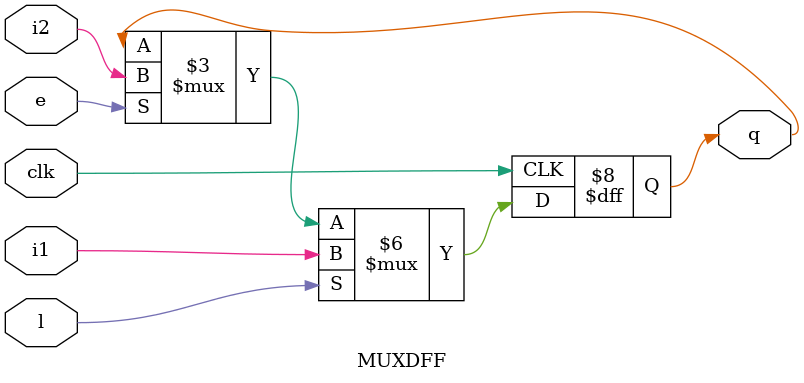
<source format=v>
module top_module (
    input [3:0] SW,
    input [3:0] KEY,
    output [3:0] LEDR
); //
    
    MUXDFF instance_1(KEY[0], KEY[2], KEY[1], SW[3], KEY[3], LEDR[3]),
    	   instance_2(KEY[0], KEY[2], KEY[1], SW[2], LEDR[3], LEDR[2]),
    	   instance_3(KEY[0], KEY[2], KEY[1], SW[1], LEDR[2], LEDR[1]),
    	   instance_4(KEY[0], KEY[2], KEY[1], SW[0], LEDR[1], LEDR[0]);

endmodule

module MUXDFF (
    input clk, l, e,
    input i1, i2,
    output reg q
);
    
    always @(posedge clk) begin
        if (l)
            q <= i1;
        else if (e)
            q <= i2;
        else
            q <= q;
    end

endmodule

</source>
